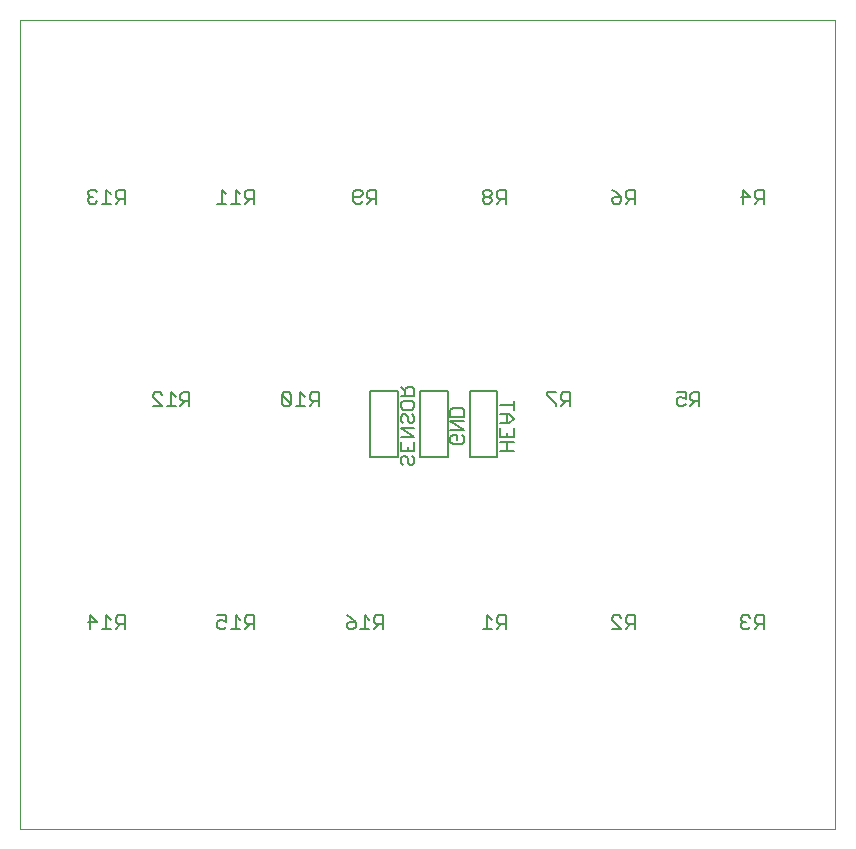
<source format=gbo>
G04 EAGLE Gerber RS-274X export*
G75*
%MOMM*%
%FSLAX34Y34*%
%LPD*%
%INSilk Bottom*%
%IPPOS*%
%AMOC8*
5,1,8,0,0,1.08239X$1,22.5*%
G01*
%ADD10C,0.000000*%
%ADD11C,0.127000*%
%ADD12C,0.152400*%


D10*
X0Y0D02*
X0Y685000D01*
X690000Y685000D01*
X690000Y0D01*
X0Y0D01*
D11*
X410759Y169185D02*
X410759Y180625D01*
X405039Y180625D01*
X403133Y178718D01*
X403133Y174905D01*
X405039Y172998D01*
X410759Y172998D01*
X406946Y172998D02*
X403133Y169185D01*
X399065Y176812D02*
X395252Y180625D01*
X395252Y169185D01*
X399065Y169185D02*
X391439Y169185D01*
X520159Y169185D02*
X520159Y180625D01*
X514439Y180625D01*
X512533Y178718D01*
X512533Y174905D01*
X514439Y172998D01*
X520159Y172998D01*
X516346Y172998D02*
X512533Y169185D01*
X508465Y169185D02*
X500839Y169185D01*
X508465Y169185D02*
X500839Y176812D01*
X500839Y178718D01*
X502745Y180625D01*
X506558Y180625D01*
X508465Y178718D01*
X629559Y180625D02*
X629559Y169185D01*
X629559Y180625D02*
X623839Y180625D01*
X621933Y178718D01*
X621933Y174905D01*
X623839Y172998D01*
X629559Y172998D01*
X625746Y172998D02*
X621933Y169185D01*
X617865Y178718D02*
X615958Y180625D01*
X612145Y180625D01*
X610239Y178718D01*
X610239Y176812D01*
X612145Y174905D01*
X614052Y174905D01*
X612145Y174905D02*
X610239Y172998D01*
X610239Y171092D01*
X612145Y169185D01*
X615958Y169185D01*
X617865Y171092D01*
X629559Y529385D02*
X629559Y540825D01*
X623839Y540825D01*
X621932Y538918D01*
X621932Y535105D01*
X623839Y533198D01*
X629559Y533198D01*
X625746Y533198D02*
X621932Y529385D01*
X612145Y529385D02*
X612145Y540825D01*
X617865Y535105D01*
X610239Y535105D01*
X574859Y369575D02*
X574859Y358135D01*
X574859Y369575D02*
X569139Y369575D01*
X567232Y367668D01*
X567232Y363855D01*
X569139Y361948D01*
X574859Y361948D01*
X571046Y361948D02*
X567232Y358135D01*
X563165Y369575D02*
X555539Y369575D01*
X563165Y369575D02*
X563165Y363855D01*
X559352Y365762D01*
X557445Y365762D01*
X555539Y363855D01*
X555539Y360042D01*
X557445Y358135D01*
X561258Y358135D01*
X563165Y360042D01*
X520159Y529385D02*
X520159Y540825D01*
X514439Y540825D01*
X512532Y538918D01*
X512532Y535105D01*
X514439Y533198D01*
X520159Y533198D01*
X516346Y533198D02*
X512532Y529385D01*
X504652Y538918D02*
X500839Y540825D01*
X504652Y538918D02*
X508465Y535105D01*
X508465Y531292D01*
X506558Y529385D01*
X502745Y529385D01*
X500839Y531292D01*
X500839Y533198D01*
X502745Y535105D01*
X508465Y535105D01*
X465459Y369575D02*
X465459Y358135D01*
X465459Y369575D02*
X459739Y369575D01*
X457832Y367668D01*
X457832Y363855D01*
X459739Y361948D01*
X465459Y361948D01*
X461646Y361948D02*
X457832Y358135D01*
X453765Y369575D02*
X446139Y369575D01*
X446139Y367668D01*
X453765Y360042D01*
X453765Y358135D01*
X410759Y529385D02*
X410759Y540825D01*
X405039Y540825D01*
X403132Y538918D01*
X403132Y535105D01*
X405039Y533198D01*
X410759Y533198D01*
X406946Y533198D02*
X403132Y529385D01*
X399065Y538918D02*
X397158Y540825D01*
X393345Y540825D01*
X391439Y538918D01*
X391439Y537012D01*
X393345Y535105D01*
X391439Y533198D01*
X391439Y531292D01*
X393345Y529385D01*
X397158Y529385D01*
X399065Y531292D01*
X399065Y533198D01*
X397158Y535105D01*
X399065Y537012D01*
X399065Y538918D01*
X397158Y535105D02*
X393345Y535105D01*
X301359Y529385D02*
X301359Y540825D01*
X295639Y540825D01*
X293733Y538918D01*
X293733Y535105D01*
X295639Y533198D01*
X301359Y533198D01*
X297546Y533198D02*
X293733Y529385D01*
X289665Y531292D02*
X287758Y529385D01*
X283945Y529385D01*
X282039Y531292D01*
X282039Y538918D01*
X283945Y540825D01*
X287758Y540825D01*
X289665Y538918D01*
X289665Y537012D01*
X287758Y535105D01*
X282039Y535105D01*
X143106Y369575D02*
X143106Y358135D01*
X143106Y369575D02*
X137386Y369575D01*
X135480Y367668D01*
X135480Y363855D01*
X137386Y361948D01*
X143106Y361948D01*
X139293Y361948D02*
X135480Y358135D01*
X131412Y365762D02*
X127599Y369575D01*
X127599Y358135D01*
X131412Y358135D02*
X123786Y358135D01*
X119718Y358135D02*
X112092Y358135D01*
X119718Y358135D02*
X112092Y365762D01*
X112092Y367668D01*
X113998Y369575D01*
X117811Y369575D01*
X119718Y367668D01*
X197806Y529385D02*
X197806Y540825D01*
X192086Y540825D01*
X190180Y538918D01*
X190180Y535105D01*
X192086Y533198D01*
X197806Y533198D01*
X193993Y533198D02*
X190180Y529385D01*
X186112Y537012D02*
X182299Y540825D01*
X182299Y529385D01*
X186112Y529385D02*
X178486Y529385D01*
X174418Y537012D02*
X170605Y540825D01*
X170605Y529385D01*
X174418Y529385D02*
X166792Y529385D01*
X252506Y369575D02*
X252506Y358135D01*
X252506Y369575D02*
X246786Y369575D01*
X244880Y367668D01*
X244880Y363855D01*
X246786Y361948D01*
X252506Y361948D01*
X248693Y361948D02*
X244880Y358135D01*
X240812Y365762D02*
X236999Y369575D01*
X236999Y358135D01*
X240812Y358135D02*
X233186Y358135D01*
X229118Y360042D02*
X229118Y367668D01*
X227211Y369575D01*
X223398Y369575D01*
X221492Y367668D01*
X221492Y360042D01*
X223398Y358135D01*
X227211Y358135D01*
X229118Y360042D01*
X221492Y367668D01*
D12*
X296316Y370440D02*
X319684Y370440D01*
X319684Y314560D01*
X296316Y314560D01*
X296316Y370440D01*
D11*
X331668Y315680D02*
X333575Y313773D01*
X333575Y309960D01*
X331668Y308053D01*
X329762Y308053D01*
X327855Y309960D01*
X327855Y313773D01*
X325948Y315680D01*
X324042Y315680D01*
X322135Y313773D01*
X322135Y309960D01*
X324042Y308053D01*
X333575Y319747D02*
X333575Y327374D01*
X333575Y319747D02*
X322135Y319747D01*
X322135Y327374D01*
X327855Y323560D02*
X327855Y319747D01*
X322135Y331441D02*
X333575Y331441D01*
X322135Y339067D01*
X333575Y339067D01*
X333575Y348855D02*
X331668Y350761D01*
X333575Y348855D02*
X333575Y345042D01*
X331668Y343135D01*
X329762Y343135D01*
X327855Y345042D01*
X327855Y348855D01*
X325948Y350761D01*
X324042Y350761D01*
X322135Y348855D01*
X322135Y345042D01*
X324042Y343135D01*
X333575Y356736D02*
X333575Y360549D01*
X333575Y356736D02*
X331668Y354829D01*
X324042Y354829D01*
X322135Y356736D01*
X322135Y360549D01*
X324042Y362455D01*
X331668Y362455D01*
X333575Y360549D01*
X333575Y366523D02*
X322135Y366523D01*
X333575Y366523D02*
X333575Y372243D01*
X331668Y374149D01*
X327855Y374149D01*
X325948Y372243D01*
X325948Y366523D01*
X325948Y370336D02*
X322135Y374149D01*
D12*
X338316Y370440D02*
X361684Y370440D01*
X361684Y314560D01*
X338316Y314560D01*
X338316Y370440D01*
D11*
X373668Y333221D02*
X375575Y331314D01*
X375575Y327501D01*
X373668Y325594D01*
X366042Y325594D01*
X364135Y327501D01*
X364135Y331314D01*
X366042Y333221D01*
X369855Y333221D01*
X369855Y329407D01*
X364135Y337288D02*
X375575Y337288D01*
X364135Y344915D01*
X375575Y344915D01*
X375575Y348982D02*
X364135Y348982D01*
X364135Y354702D01*
X366042Y356608D01*
X373668Y356608D01*
X375575Y354702D01*
X375575Y348982D01*
D12*
X380316Y370440D02*
X403684Y370440D01*
X403684Y314560D01*
X380316Y314560D01*
X380316Y370440D01*
D11*
X406135Y319747D02*
X417575Y319747D01*
X411855Y319747D02*
X411855Y327374D01*
X417575Y327374D02*
X406135Y327374D01*
X417575Y331441D02*
X417575Y339068D01*
X417575Y331441D02*
X406135Y331441D01*
X406135Y339068D01*
X411855Y335254D02*
X411855Y331441D01*
X413762Y343135D02*
X406135Y343135D01*
X413762Y343135D02*
X417575Y346948D01*
X413762Y350761D01*
X406135Y350761D01*
X411855Y350761D02*
X411855Y343135D01*
X406135Y358642D02*
X417575Y358642D01*
X417575Y354829D02*
X417575Y362455D01*
X88406Y529385D02*
X88406Y540825D01*
X82686Y540825D01*
X80780Y538918D01*
X80780Y535105D01*
X82686Y533198D01*
X88406Y533198D01*
X84593Y533198D02*
X80780Y529385D01*
X76712Y537012D02*
X72899Y540825D01*
X72899Y529385D01*
X76712Y529385D02*
X69086Y529385D01*
X65018Y538918D02*
X63111Y540825D01*
X59298Y540825D01*
X57392Y538918D01*
X57392Y537012D01*
X59298Y535105D01*
X61205Y535105D01*
X59298Y535105D02*
X57392Y533198D01*
X57392Y531292D01*
X59298Y529385D01*
X63111Y529385D01*
X65018Y531292D01*
X88406Y180625D02*
X88406Y169185D01*
X88406Y180625D02*
X82686Y180625D01*
X80779Y178718D01*
X80779Y174905D01*
X82686Y172998D01*
X88406Y172998D01*
X84593Y172998D02*
X80779Y169185D01*
X76712Y176812D02*
X72899Y180625D01*
X72899Y169185D01*
X76712Y169185D02*
X69086Y169185D01*
X59298Y169185D02*
X59298Y180625D01*
X65018Y174905D01*
X57392Y174905D01*
X197806Y169185D02*
X197806Y180625D01*
X192086Y180625D01*
X190179Y178718D01*
X190179Y174905D01*
X192086Y172998D01*
X197806Y172998D01*
X193993Y172998D02*
X190179Y169185D01*
X186112Y176812D02*
X182299Y180625D01*
X182299Y169185D01*
X186112Y169185D02*
X178486Y169185D01*
X174418Y180625D02*
X166792Y180625D01*
X174418Y180625D02*
X174418Y174905D01*
X170605Y176812D01*
X168698Y176812D01*
X166792Y174905D01*
X166792Y171092D01*
X168698Y169185D01*
X172511Y169185D01*
X174418Y171092D01*
X307206Y169185D02*
X307206Y180625D01*
X301486Y180625D01*
X299579Y178718D01*
X299579Y174905D01*
X301486Y172998D01*
X307206Y172998D01*
X303393Y172998D02*
X299579Y169185D01*
X295512Y176812D02*
X291699Y180625D01*
X291699Y169185D01*
X295512Y169185D02*
X287886Y169185D01*
X280005Y178718D02*
X276192Y180625D01*
X280005Y178718D02*
X283818Y174905D01*
X283818Y171092D01*
X281911Y169185D01*
X278098Y169185D01*
X276192Y171092D01*
X276192Y172998D01*
X278098Y174905D01*
X283818Y174905D01*
M02*

</source>
